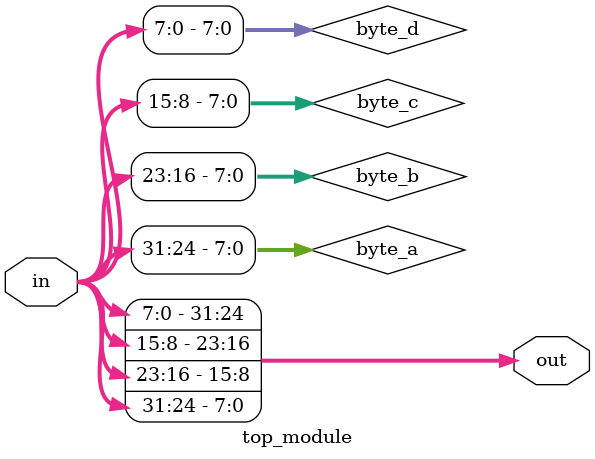
<source format=v>
module top_module( 
    input  [31:0] in,
    output [31:0] out
);
    wire [7:0] byte_a;
    wire [7:0] byte_b;
    wire [7:0] byte_c;
    wire [7:0] byte_d;

    assign byte_d = in[ 7: 0];
    assign byte_c = in[15: 8];
    assign byte_b = in[23:16];
    assign byte_a = in[31:24];
    assign out    = {byte_d, byte_c, byte_b, byte_a};

endmodule
</source>
